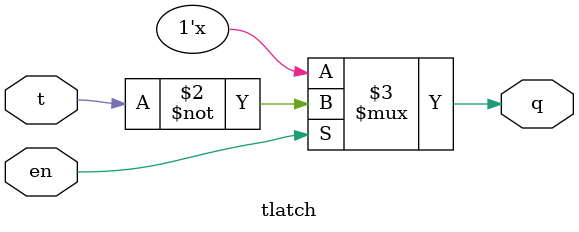
<source format=v>
module tlatch(
    input en,
    input t,
    output reg q
);

    always @(en or t) begin
        if (en) begin
            q<=~t;  
        end
    end
endmodule

</source>
